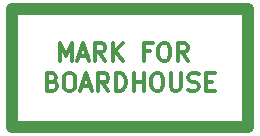
<source format=gbr>
G04 #@! TF.FileFunction,Other,Comment*
%FSLAX46Y46*%
G04 Gerber Fmt 4.6, Leading zero omitted, Abs format (unit mm)*
G04 Created by KiCad (PCBNEW 4.0.6) date 2018 February 20, Tuesday 14:46:14*
%MOMM*%
%LPD*%
G01*
G04 APERTURE LIST*
%ADD10C,0.100000*%
%ADD11C,0.300000*%
%ADD12C,1.000000*%
G04 APERTURE END LIST*
D10*
D11*
X4735715Y-115103571D02*
X4735715Y-113603571D01*
X5235715Y-114675000D01*
X5735715Y-113603571D01*
X5735715Y-115103571D01*
X6378572Y-114675000D02*
X7092858Y-114675000D01*
X6235715Y-115103571D02*
X6735715Y-113603571D01*
X7235715Y-115103571D01*
X8592858Y-115103571D02*
X8092858Y-114389286D01*
X7735715Y-115103571D02*
X7735715Y-113603571D01*
X8307143Y-113603571D01*
X8450001Y-113675000D01*
X8521429Y-113746429D01*
X8592858Y-113889286D01*
X8592858Y-114103571D01*
X8521429Y-114246429D01*
X8450001Y-114317857D01*
X8307143Y-114389286D01*
X7735715Y-114389286D01*
X9235715Y-115103571D02*
X9235715Y-113603571D01*
X10092858Y-115103571D02*
X9450001Y-114246429D01*
X10092858Y-113603571D02*
X9235715Y-114460714D01*
X12378572Y-114317857D02*
X11878572Y-114317857D01*
X11878572Y-115103571D02*
X11878572Y-113603571D01*
X12592858Y-113603571D01*
X13450000Y-113603571D02*
X13735714Y-113603571D01*
X13878572Y-113675000D01*
X14021429Y-113817857D01*
X14092857Y-114103571D01*
X14092857Y-114603571D01*
X14021429Y-114889286D01*
X13878572Y-115032143D01*
X13735714Y-115103571D01*
X13450000Y-115103571D01*
X13307143Y-115032143D01*
X13164286Y-114889286D01*
X13092857Y-114603571D01*
X13092857Y-114103571D01*
X13164286Y-113817857D01*
X13307143Y-113675000D01*
X13450000Y-113603571D01*
X15592858Y-115103571D02*
X15092858Y-114389286D01*
X14735715Y-115103571D02*
X14735715Y-113603571D01*
X15307143Y-113603571D01*
X15450001Y-113675000D01*
X15521429Y-113746429D01*
X15592858Y-113889286D01*
X15592858Y-114103571D01*
X15521429Y-114246429D01*
X15450001Y-114317857D01*
X15307143Y-114389286D01*
X14735715Y-114389286D01*
X4128571Y-116867857D02*
X4342857Y-116939286D01*
X4414285Y-117010714D01*
X4485714Y-117153571D01*
X4485714Y-117367857D01*
X4414285Y-117510714D01*
X4342857Y-117582143D01*
X4199999Y-117653571D01*
X3628571Y-117653571D01*
X3628571Y-116153571D01*
X4128571Y-116153571D01*
X4271428Y-116225000D01*
X4342857Y-116296429D01*
X4414285Y-116439286D01*
X4414285Y-116582143D01*
X4342857Y-116725000D01*
X4271428Y-116796429D01*
X4128571Y-116867857D01*
X3628571Y-116867857D01*
X5414285Y-116153571D02*
X5699999Y-116153571D01*
X5842857Y-116225000D01*
X5985714Y-116367857D01*
X6057142Y-116653571D01*
X6057142Y-117153571D01*
X5985714Y-117439286D01*
X5842857Y-117582143D01*
X5699999Y-117653571D01*
X5414285Y-117653571D01*
X5271428Y-117582143D01*
X5128571Y-117439286D01*
X5057142Y-117153571D01*
X5057142Y-116653571D01*
X5128571Y-116367857D01*
X5271428Y-116225000D01*
X5414285Y-116153571D01*
X6628571Y-117225000D02*
X7342857Y-117225000D01*
X6485714Y-117653571D02*
X6985714Y-116153571D01*
X7485714Y-117653571D01*
X8842857Y-117653571D02*
X8342857Y-116939286D01*
X7985714Y-117653571D02*
X7985714Y-116153571D01*
X8557142Y-116153571D01*
X8700000Y-116225000D01*
X8771428Y-116296429D01*
X8842857Y-116439286D01*
X8842857Y-116653571D01*
X8771428Y-116796429D01*
X8700000Y-116867857D01*
X8557142Y-116939286D01*
X7985714Y-116939286D01*
X9485714Y-117653571D02*
X9485714Y-116153571D01*
X9842857Y-116153571D01*
X10057142Y-116225000D01*
X10200000Y-116367857D01*
X10271428Y-116510714D01*
X10342857Y-116796429D01*
X10342857Y-117010714D01*
X10271428Y-117296429D01*
X10200000Y-117439286D01*
X10057142Y-117582143D01*
X9842857Y-117653571D01*
X9485714Y-117653571D01*
X10985714Y-117653571D02*
X10985714Y-116153571D01*
X10985714Y-116867857D02*
X11842857Y-116867857D01*
X11842857Y-117653571D02*
X11842857Y-116153571D01*
X12842857Y-116153571D02*
X13128571Y-116153571D01*
X13271429Y-116225000D01*
X13414286Y-116367857D01*
X13485714Y-116653571D01*
X13485714Y-117153571D01*
X13414286Y-117439286D01*
X13271429Y-117582143D01*
X13128571Y-117653571D01*
X12842857Y-117653571D01*
X12700000Y-117582143D01*
X12557143Y-117439286D01*
X12485714Y-117153571D01*
X12485714Y-116653571D01*
X12557143Y-116367857D01*
X12700000Y-116225000D01*
X12842857Y-116153571D01*
X14128572Y-116153571D02*
X14128572Y-117367857D01*
X14200000Y-117510714D01*
X14271429Y-117582143D01*
X14414286Y-117653571D01*
X14700000Y-117653571D01*
X14842858Y-117582143D01*
X14914286Y-117510714D01*
X14985715Y-117367857D01*
X14985715Y-116153571D01*
X15628572Y-117582143D02*
X15842858Y-117653571D01*
X16200001Y-117653571D01*
X16342858Y-117582143D01*
X16414287Y-117510714D01*
X16485715Y-117367857D01*
X16485715Y-117225000D01*
X16414287Y-117082143D01*
X16342858Y-117010714D01*
X16200001Y-116939286D01*
X15914287Y-116867857D01*
X15771429Y-116796429D01*
X15700001Y-116725000D01*
X15628572Y-116582143D01*
X15628572Y-116439286D01*
X15700001Y-116296429D01*
X15771429Y-116225000D01*
X15914287Y-116153571D01*
X16271429Y-116153571D01*
X16485715Y-116225000D01*
X17128572Y-116867857D02*
X17628572Y-116867857D01*
X17842858Y-117653571D02*
X17128572Y-117653571D01*
X17128572Y-116153571D01*
X17842858Y-116153571D01*
D12*
X700000Y-120700000D02*
X700000Y-110700000D01*
X20700000Y-120700000D02*
X700000Y-120700000D01*
X20700000Y-110700000D02*
X20700000Y-120700000D01*
X700000Y-110700000D02*
X20700000Y-110700000D01*
M02*

</source>
